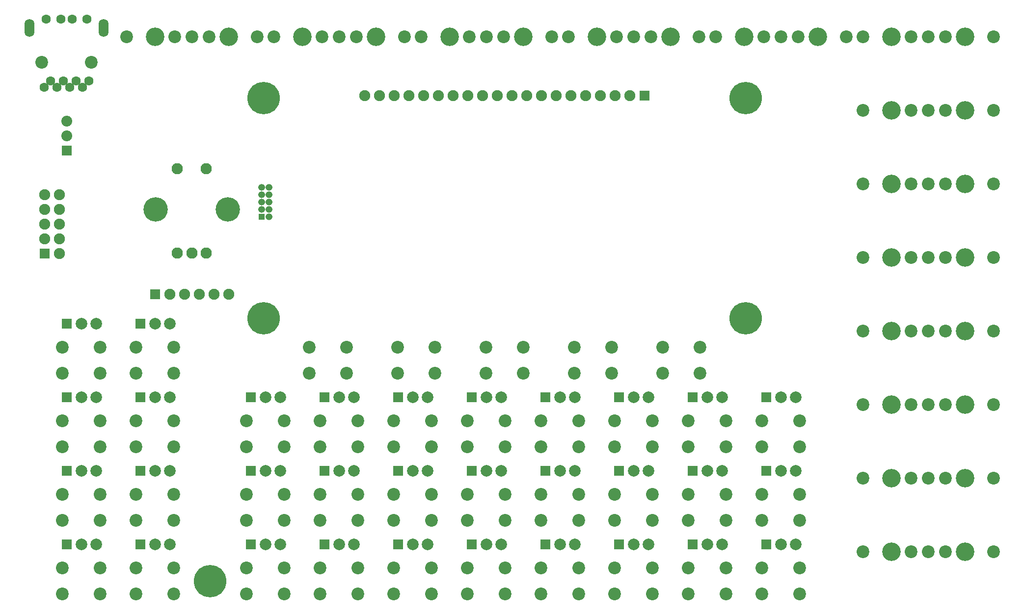
<source format=gbs>
G04 #@! TF.GenerationSoftware,KiCad,Pcbnew,(5.0.0-rc2-24-g81af2db)*
G04 #@! TF.CreationDate,2019-03-18T22:47:18-05:00*
G04 #@! TF.ProjectId,sequencer,73657175656E6365722E6B696361645F,1.0*
G04 #@! TF.SameCoordinates,Original*
G04 #@! TF.FileFunction,Soldermask,Bot*
G04 #@! TF.FilePolarity,Negative*
%FSLAX46Y46*%
G04 Gerber Fmt 4.6, Leading zero omitted, Abs format (unit mm)*
G04 Created by KiCad (PCBNEW (5.0.0-rc2-24-g81af2db)) date Monday, March 18, 2019 at 10:47:18 PM*
%MOMM*%
%LPD*%
G01*
G04 APERTURE LIST*
%ADD10C,2.200000*%
%ADD11C,3.200000*%
%ADD12C,1.600000*%
%ADD13O,1.700000X3.100000*%
%ADD14R,1.700000X1.700000*%
%ADD15O,1.900000X1.900000*%
%ADD16R,1.000000X1.000000*%
%ADD17O,1.200000X1.200000*%
%ADD18C,1.950000*%
%ADD19O,4.200000X4.200000*%
%ADD20R,1.800000X1.800000*%
%ADD21C,2.000000*%
%ADD22C,1.876400*%
%ADD23R,1.676400X1.676400*%
%ADD24C,5.600000*%
G04 APERTURE END LIST*
D10*
G04 #@! TO.C,J1*
X96680000Y-45720000D03*
X104980000Y-45720000D03*
X107950000Y-45720000D03*
D11*
X101600000Y-45720000D03*
G04 #@! TD*
D10*
G04 #@! TO.C,J2*
X119220000Y-45720000D03*
X110920000Y-45720000D03*
X107950000Y-45720000D03*
D11*
X114300000Y-45720000D03*
G04 #@! TD*
D10*
G04 #@! TO.C,J25*
X223680000Y-134620000D03*
X231980000Y-134620000D03*
X234950000Y-134620000D03*
D11*
X228600000Y-134620000D03*
G04 #@! TD*
D10*
G04 #@! TO.C,J24*
X246220000Y-121920000D03*
X237920000Y-121920000D03*
X234950000Y-121920000D03*
D11*
X241300000Y-121920000D03*
G04 #@! TD*
D10*
G04 #@! TO.C,J18*
X246220000Y-83820000D03*
X237920000Y-83820000D03*
X234950000Y-83820000D03*
D11*
X241300000Y-83820000D03*
G04 #@! TD*
D10*
G04 #@! TO.C,J3*
X122080000Y-45720000D03*
X130380000Y-45720000D03*
X133350000Y-45720000D03*
D11*
X127000000Y-45720000D03*
G04 #@! TD*
D10*
G04 #@! TO.C,J4*
X144620000Y-45720000D03*
X136320000Y-45720000D03*
X133350000Y-45720000D03*
D11*
X139700000Y-45720000D03*
G04 #@! TD*
D10*
G04 #@! TO.C,J5*
X147480000Y-45720000D03*
X155780000Y-45720000D03*
X158750000Y-45720000D03*
D11*
X152400000Y-45720000D03*
G04 #@! TD*
D10*
G04 #@! TO.C,J6*
X170020000Y-45720000D03*
X161720000Y-45720000D03*
X158750000Y-45720000D03*
D11*
X165100000Y-45720000D03*
G04 #@! TD*
D10*
G04 #@! TO.C,J7*
X172880000Y-45720000D03*
X181180000Y-45720000D03*
X184150000Y-45720000D03*
D11*
X177800000Y-45720000D03*
G04 #@! TD*
D10*
G04 #@! TO.C,J8*
X195420000Y-45720000D03*
X187120000Y-45720000D03*
X184150000Y-45720000D03*
D11*
X190500000Y-45720000D03*
G04 #@! TD*
D10*
G04 #@! TO.C,J9*
X198280000Y-45720000D03*
X206580000Y-45720000D03*
X209550000Y-45720000D03*
D11*
X203200000Y-45720000D03*
G04 #@! TD*
D10*
G04 #@! TO.C,J10*
X220820000Y-45720000D03*
X212520000Y-45720000D03*
X209550000Y-45720000D03*
D11*
X215900000Y-45720000D03*
G04 #@! TD*
D10*
G04 #@! TO.C,J11*
X223680000Y-45720000D03*
X231980000Y-45720000D03*
X234950000Y-45720000D03*
D11*
X228600000Y-45720000D03*
G04 #@! TD*
D10*
G04 #@! TO.C,J12*
X246220000Y-45720000D03*
X237920000Y-45720000D03*
X234950000Y-45720000D03*
D11*
X241300000Y-45720000D03*
G04 #@! TD*
D10*
G04 #@! TO.C,J13*
X223680000Y-58420000D03*
X231980000Y-58420000D03*
X234950000Y-58420000D03*
D11*
X228600000Y-58420000D03*
G04 #@! TD*
D10*
G04 #@! TO.C,J14*
X246220000Y-58420000D03*
X237920000Y-58420000D03*
X234950000Y-58420000D03*
D11*
X241300000Y-58420000D03*
G04 #@! TD*
D10*
G04 #@! TO.C,J15*
X223680000Y-71120000D03*
X231980000Y-71120000D03*
X234950000Y-71120000D03*
D11*
X228600000Y-71120000D03*
G04 #@! TD*
D10*
G04 #@! TO.C,J16*
X246220000Y-71120000D03*
X237920000Y-71120000D03*
X234950000Y-71120000D03*
D11*
X241300000Y-71120000D03*
G04 #@! TD*
D10*
G04 #@! TO.C,J17*
X223680000Y-83820000D03*
X231980000Y-83820000D03*
X234950000Y-83820000D03*
D11*
X228600000Y-83820000D03*
G04 #@! TD*
D10*
G04 #@! TO.C,J19*
X223680000Y-96520000D03*
X231980000Y-96520000D03*
X234950000Y-96520000D03*
D11*
X228600000Y-96520000D03*
G04 #@! TD*
D10*
G04 #@! TO.C,J20*
X246220000Y-96520000D03*
X237920000Y-96520000D03*
X234950000Y-96520000D03*
D11*
X241300000Y-96520000D03*
G04 #@! TD*
D10*
G04 #@! TO.C,J21*
X223680000Y-109220000D03*
X231980000Y-109220000D03*
X234950000Y-109220000D03*
D11*
X228600000Y-109220000D03*
G04 #@! TD*
D10*
G04 #@! TO.C,J22*
X246220000Y-109220000D03*
X237920000Y-109220000D03*
X234950000Y-109220000D03*
D11*
X241300000Y-109220000D03*
G04 #@! TD*
D10*
G04 #@! TO.C,J23*
X223680000Y-121920000D03*
X231980000Y-121920000D03*
X234950000Y-121920000D03*
D11*
X228600000Y-121920000D03*
G04 #@! TD*
D10*
G04 #@! TO.C,J26*
X246220000Y-134620000D03*
X237920000Y-134620000D03*
X234950000Y-134620000D03*
D11*
X241300000Y-134620000D03*
G04 #@! TD*
D12*
G04 #@! TO.C,JP1*
X89834600Y-42697400D03*
X87334600Y-42697400D03*
X85334600Y-42697400D03*
X82834600Y-42697400D03*
D13*
X92734600Y-44197400D03*
X79934600Y-44197400D03*
G04 #@! TD*
D14*
G04 #@! TO.C,JP6*
X101600000Y-90170000D03*
D15*
X104140000Y-90170000D03*
X106680000Y-90170000D03*
X109220000Y-90170000D03*
X111760000Y-90170000D03*
X114300000Y-90170000D03*
G04 #@! TD*
D16*
G04 #@! TO.C,JP4*
X120015000Y-76835000D03*
D17*
X121285000Y-76835000D03*
X120015000Y-75565000D03*
X121285000Y-75565000D03*
X120015000Y-74295000D03*
X121285000Y-74295000D03*
X120015000Y-73025000D03*
X121285000Y-73025000D03*
X120015000Y-71755000D03*
X121285000Y-71755000D03*
G04 #@! TD*
D10*
G04 #@! TO.C,SW39*
X206300000Y-141950000D03*
X212800000Y-141950000D03*
X212800000Y-137450000D03*
X206300000Y-137450000D03*
G04 #@! TD*
G04 #@! TO.C,SW38*
X193600000Y-141950000D03*
X200100000Y-141950000D03*
X200100000Y-137450000D03*
X193600000Y-137450000D03*
G04 #@! TD*
G04 #@! TO.C,SW37*
X180900000Y-141950000D03*
X187400000Y-141950000D03*
X187400000Y-137450000D03*
X180900000Y-137450000D03*
G04 #@! TD*
G04 #@! TO.C,SW36*
X168200000Y-141950000D03*
X174700000Y-141950000D03*
X174700000Y-137450000D03*
X168200000Y-137450000D03*
G04 #@! TD*
G04 #@! TO.C,SW35*
X155500000Y-141950000D03*
X162000000Y-141950000D03*
X162000000Y-137450000D03*
X155500000Y-137450000D03*
G04 #@! TD*
G04 #@! TO.C,SW34*
X142800000Y-141950000D03*
X149300000Y-141950000D03*
X149300000Y-137450000D03*
X142800000Y-137450000D03*
G04 #@! TD*
G04 #@! TO.C,SW33*
X130100000Y-141950000D03*
X136600000Y-141950000D03*
X136600000Y-137450000D03*
X130100000Y-137450000D03*
G04 #@! TD*
G04 #@! TO.C,SW32*
X117400000Y-141950000D03*
X123900000Y-141950000D03*
X123900000Y-137450000D03*
X117400000Y-137450000D03*
G04 #@! TD*
G04 #@! TO.C,SW29*
X206300000Y-129250000D03*
X212800000Y-129250000D03*
X212800000Y-124750000D03*
X206300000Y-124750000D03*
G04 #@! TD*
G04 #@! TO.C,SW28*
X193600000Y-129250000D03*
X200100000Y-129250000D03*
X200100000Y-124750000D03*
X193600000Y-124750000D03*
G04 #@! TD*
G04 #@! TO.C,SW27*
X180900000Y-129250000D03*
X187400000Y-129250000D03*
X187400000Y-124750000D03*
X180900000Y-124750000D03*
G04 #@! TD*
G04 #@! TO.C,SW26*
X168200000Y-129250000D03*
X174700000Y-129250000D03*
X174700000Y-124750000D03*
X168200000Y-124750000D03*
G04 #@! TD*
G04 #@! TO.C,SW25*
X155500000Y-129250000D03*
X162000000Y-129250000D03*
X162000000Y-124750000D03*
X155500000Y-124750000D03*
G04 #@! TD*
G04 #@! TO.C,SW24*
X142800000Y-129250000D03*
X149300000Y-129250000D03*
X149300000Y-124750000D03*
X142800000Y-124750000D03*
G04 #@! TD*
G04 #@! TO.C,SW23*
X130100000Y-129250000D03*
X136600000Y-129250000D03*
X136600000Y-124750000D03*
X130100000Y-124750000D03*
G04 #@! TD*
G04 #@! TO.C,SW22*
X117400000Y-129250000D03*
X123900000Y-129250000D03*
X123900000Y-124750000D03*
X117400000Y-124750000D03*
G04 #@! TD*
G04 #@! TO.C,SW18*
X206300000Y-116550000D03*
X212800000Y-116550000D03*
X212800000Y-112050000D03*
X206300000Y-112050000D03*
G04 #@! TD*
G04 #@! TO.C,SW17*
X193600000Y-116550000D03*
X200100000Y-116550000D03*
X200100000Y-112050000D03*
X193600000Y-112050000D03*
G04 #@! TD*
G04 #@! TO.C,SW16*
X180900000Y-116550000D03*
X187400000Y-116550000D03*
X187400000Y-112050000D03*
X180900000Y-112050000D03*
G04 #@! TD*
G04 #@! TO.C,SW15*
X168200000Y-116550000D03*
X174700000Y-116550000D03*
X174700000Y-112050000D03*
X168200000Y-112050000D03*
G04 #@! TD*
G04 #@! TO.C,SW14*
X155500000Y-116550000D03*
X162000000Y-116550000D03*
X162000000Y-112050000D03*
X155500000Y-112050000D03*
G04 #@! TD*
G04 #@! TO.C,SW13*
X142800000Y-116550000D03*
X149300000Y-116550000D03*
X149300000Y-112050000D03*
X142800000Y-112050000D03*
G04 #@! TD*
G04 #@! TO.C,SW12*
X130100000Y-116550000D03*
X136600000Y-116550000D03*
X136600000Y-112050000D03*
X130100000Y-112050000D03*
G04 #@! TD*
G04 #@! TO.C,SW11*
X117400000Y-116550000D03*
X123900000Y-116550000D03*
X123900000Y-112050000D03*
X117400000Y-112050000D03*
G04 #@! TD*
G04 #@! TO.C,SW31*
X98350000Y-141950000D03*
X104850000Y-141950000D03*
X104850000Y-137450000D03*
X98350000Y-137450000D03*
G04 #@! TD*
G04 #@! TO.C,SW30*
X85650000Y-141950000D03*
X92150000Y-141950000D03*
X92150000Y-137450000D03*
X85650000Y-137450000D03*
G04 #@! TD*
G04 #@! TO.C,SW21*
X98350000Y-129250000D03*
X104850000Y-129250000D03*
X104850000Y-124750000D03*
X98350000Y-124750000D03*
G04 #@! TD*
G04 #@! TO.C,SW20*
X85650000Y-129250000D03*
X92150000Y-129250000D03*
X92150000Y-124750000D03*
X85650000Y-124750000D03*
G04 #@! TD*
G04 #@! TO.C,SW10*
X98350000Y-116550000D03*
X104850000Y-116550000D03*
X104850000Y-112050000D03*
X98350000Y-112050000D03*
G04 #@! TD*
G04 #@! TO.C,SW9*
X85650000Y-116550000D03*
X92150000Y-116550000D03*
X92150000Y-112050000D03*
X85650000Y-112050000D03*
G04 #@! TD*
G04 #@! TO.C,SW2*
X98350000Y-103850000D03*
X104850000Y-103850000D03*
X104850000Y-99350000D03*
X98350000Y-99350000D03*
G04 #@! TD*
G04 #@! TO.C,SW1*
X85650000Y-103850000D03*
X92150000Y-103850000D03*
X92150000Y-99350000D03*
X85650000Y-99350000D03*
G04 #@! TD*
G04 #@! TO.C,SW7*
X189155000Y-103850000D03*
X195655000Y-103850000D03*
X195655000Y-99350000D03*
X189155000Y-99350000D03*
G04 #@! TD*
G04 #@! TO.C,SW6*
X173915000Y-103850000D03*
X180415000Y-103850000D03*
X180415000Y-99350000D03*
X173915000Y-99350000D03*
G04 #@! TD*
G04 #@! TO.C,SW5*
X158675000Y-103850000D03*
X165175000Y-103850000D03*
X165175000Y-99350000D03*
X158675000Y-99350000D03*
G04 #@! TD*
G04 #@! TO.C,SW4*
X143435000Y-103850000D03*
X149935000Y-103850000D03*
X149935000Y-99350000D03*
X143435000Y-99350000D03*
G04 #@! TD*
G04 #@! TO.C,SW3*
X128195000Y-103850000D03*
X134695000Y-103850000D03*
X134695000Y-99350000D03*
X128195000Y-99350000D03*
G04 #@! TD*
D14*
G04 #@! TO.C,JP5*
X82550000Y-83185000D03*
D15*
X85090000Y-83185000D03*
X82550000Y-80645000D03*
X85090000Y-80645000D03*
X82550000Y-78105000D03*
X85090000Y-78105000D03*
X82550000Y-75565000D03*
X85090000Y-75565000D03*
X82550000Y-73025000D03*
X85090000Y-73025000D03*
G04 #@! TD*
D12*
G04 #@! TO.C,JP2*
X90210000Y-53340000D03*
X89110000Y-54440000D03*
X88010000Y-53340000D03*
X86910000Y-54440000D03*
X85810000Y-53340000D03*
X84710000Y-54440000D03*
X83610000Y-53340000D03*
X82510000Y-54440000D03*
D10*
X90660000Y-50170000D03*
X82060000Y-50170000D03*
G04 #@! TD*
D18*
G04 #@! TO.C,ENC1*
X105450000Y-83065000D03*
X110450000Y-83065000D03*
X107950000Y-83065000D03*
X110450000Y-68565000D03*
X105450000Y-68565000D03*
D19*
X114150000Y-75565000D03*
X101750000Y-75565000D03*
G04 #@! TD*
D20*
G04 #@! TO.C,LED1*
X86360000Y-95250000D03*
D21*
X88900000Y-95250000D03*
X91440000Y-95250000D03*
G04 #@! TD*
D20*
G04 #@! TO.C,LED2*
X99060000Y-95250000D03*
D21*
X101600000Y-95250000D03*
X104140000Y-95250000D03*
G04 #@! TD*
D20*
G04 #@! TO.C,LED3*
X86360000Y-107950000D03*
D21*
X88900000Y-107950000D03*
X91440000Y-107950000D03*
G04 #@! TD*
D20*
G04 #@! TO.C,LED4*
X99060000Y-107950000D03*
D21*
X101600000Y-107950000D03*
X104140000Y-107950000D03*
G04 #@! TD*
D20*
G04 #@! TO.C,LED13*
X86360000Y-120650000D03*
D21*
X88900000Y-120650000D03*
X91440000Y-120650000D03*
G04 #@! TD*
D20*
G04 #@! TO.C,LED14*
X99060000Y-120650000D03*
D21*
X101600000Y-120650000D03*
X104140000Y-120650000D03*
G04 #@! TD*
D20*
G04 #@! TO.C,LED23*
X86360000Y-133350000D03*
D21*
X88900000Y-133350000D03*
X91440000Y-133350000D03*
G04 #@! TD*
D20*
G04 #@! TO.C,LED24*
X99060000Y-133350000D03*
D21*
X101600000Y-133350000D03*
X104140000Y-133350000D03*
G04 #@! TD*
D20*
G04 #@! TO.C,LED5*
X118110000Y-107950000D03*
D21*
X120650000Y-107950000D03*
X123190000Y-107950000D03*
G04 #@! TD*
D20*
G04 #@! TO.C,LED6*
X130810000Y-107950000D03*
D21*
X133350000Y-107950000D03*
X135890000Y-107950000D03*
G04 #@! TD*
D20*
G04 #@! TO.C,LED7*
X143510000Y-107950000D03*
D21*
X146050000Y-107950000D03*
X148590000Y-107950000D03*
G04 #@! TD*
D20*
G04 #@! TO.C,LED8*
X156210000Y-107950000D03*
D21*
X158750000Y-107950000D03*
X161290000Y-107950000D03*
G04 #@! TD*
D20*
G04 #@! TO.C,LED9*
X168910000Y-107950000D03*
D21*
X171450000Y-107950000D03*
X173990000Y-107950000D03*
G04 #@! TD*
D20*
G04 #@! TO.C,LED10*
X181610000Y-107950000D03*
D21*
X184150000Y-107950000D03*
X186690000Y-107950000D03*
G04 #@! TD*
D20*
G04 #@! TO.C,LED11*
X194310000Y-107950000D03*
D21*
X196850000Y-107950000D03*
X199390000Y-107950000D03*
G04 #@! TD*
D20*
G04 #@! TO.C,LED12*
X207010000Y-107950000D03*
D21*
X209550000Y-107950000D03*
X212090000Y-107950000D03*
G04 #@! TD*
D20*
G04 #@! TO.C,LED15*
X118110000Y-120650000D03*
D21*
X120650000Y-120650000D03*
X123190000Y-120650000D03*
G04 #@! TD*
D20*
G04 #@! TO.C,LED16*
X130810000Y-120650000D03*
D21*
X133350000Y-120650000D03*
X135890000Y-120650000D03*
G04 #@! TD*
D20*
G04 #@! TO.C,LED17*
X143510000Y-120650000D03*
D21*
X146050000Y-120650000D03*
X148590000Y-120650000D03*
G04 #@! TD*
D20*
G04 #@! TO.C,LED18*
X156210000Y-120650000D03*
D21*
X158750000Y-120650000D03*
X161290000Y-120650000D03*
G04 #@! TD*
D20*
G04 #@! TO.C,LED19*
X168910000Y-120650000D03*
D21*
X171450000Y-120650000D03*
X173990000Y-120650000D03*
G04 #@! TD*
D20*
G04 #@! TO.C,LED20*
X181610000Y-120650000D03*
D21*
X184150000Y-120650000D03*
X186690000Y-120650000D03*
G04 #@! TD*
D20*
G04 #@! TO.C,LED21*
X194310000Y-120650000D03*
D21*
X196850000Y-120650000D03*
X199390000Y-120650000D03*
G04 #@! TD*
D20*
G04 #@! TO.C,LED22*
X207010000Y-120650000D03*
D21*
X209550000Y-120650000D03*
X212090000Y-120650000D03*
G04 #@! TD*
D20*
G04 #@! TO.C,LED25*
X118110000Y-133350000D03*
D21*
X120650000Y-133350000D03*
X123190000Y-133350000D03*
G04 #@! TD*
D20*
G04 #@! TO.C,LED26*
X130810000Y-133350000D03*
D21*
X133350000Y-133350000D03*
X135890000Y-133350000D03*
G04 #@! TD*
D20*
G04 #@! TO.C,LED27*
X143510000Y-133350000D03*
D21*
X146050000Y-133350000D03*
X148590000Y-133350000D03*
G04 #@! TD*
D20*
G04 #@! TO.C,LED28*
X156210000Y-133350000D03*
D21*
X158750000Y-133350000D03*
X161290000Y-133350000D03*
G04 #@! TD*
D20*
G04 #@! TO.C,LED29*
X168910000Y-133350000D03*
D21*
X171450000Y-133350000D03*
X173990000Y-133350000D03*
G04 #@! TD*
D20*
G04 #@! TO.C,LED30*
X181610000Y-133350000D03*
D21*
X184150000Y-133350000D03*
X186690000Y-133350000D03*
G04 #@! TD*
D20*
G04 #@! TO.C,LED31*
X194310000Y-133350000D03*
D21*
X196850000Y-133350000D03*
X199390000Y-133350000D03*
G04 #@! TD*
D20*
G04 #@! TO.C,LED32*
X207010000Y-133350000D03*
D21*
X209550000Y-133350000D03*
X212090000Y-133350000D03*
G04 #@! TD*
D22*
G04 #@! TO.C,U16*
X86360000Y-62865000D03*
D23*
X86360000Y-65405000D03*
D22*
X86360000Y-60325000D03*
G04 #@! TD*
D14*
G04 #@! TO.C,JP3*
X186055000Y-55880000D03*
D15*
X183515000Y-55880000D03*
X180975000Y-55880000D03*
X178435000Y-55880000D03*
X175895000Y-55880000D03*
X173355000Y-55880000D03*
X170815000Y-55880000D03*
X168275000Y-55880000D03*
X165735000Y-55880000D03*
X163195000Y-55880000D03*
X160655000Y-55880000D03*
X158115000Y-55880000D03*
X155575000Y-55880000D03*
X153035000Y-55880000D03*
X150495000Y-55880000D03*
X147955000Y-55880000D03*
X145415000Y-55880000D03*
X142875000Y-55880000D03*
X140335000Y-55880000D03*
X137795000Y-55880000D03*
D24*
X120325000Y-56380000D03*
X203525000Y-56380000D03*
X120325000Y-94380000D03*
X203525000Y-94380000D03*
G04 #@! TD*
G04 #@! TO.C,REF\002A\002A*
X111125000Y-139700000D03*
G04 #@! TD*
M02*

</source>
